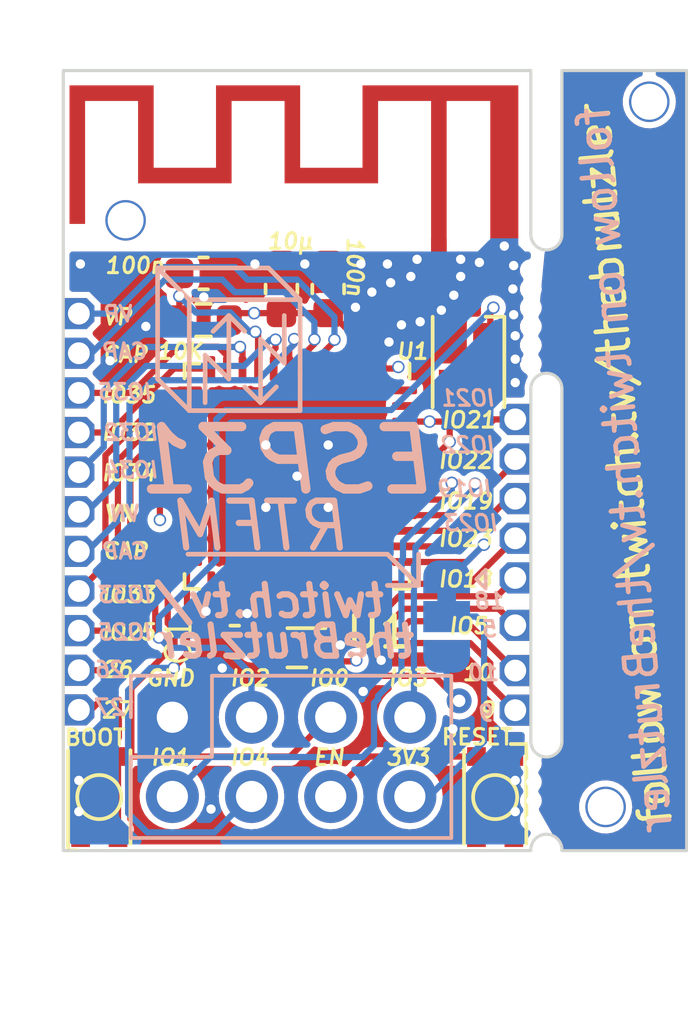
<source format=kicad_pcb>
(kicad_pcb (version 20211014) (generator pcbnew)
  (layers (0 "F.Cu" signal) (1 "In1.Cu" signal) (2 "In2.Cu" signal) (31 "B.Cu" signal) (34 "B.Paste" user) (35 "F.Paste" user) (36 "B.SilkS" user "B.Silkscreen") (37 "F.SilkS" user "F.Silkscreen") (38 "B.Mask" user) (39 "F.Mask" user) (44 "Edge.Cuts" user))
  (net 0 "")
  (net 1 "GND")
  (net 2 "Net-(AE1-Pad1)")
  (net 3 "/EN")
  (net 4 "+3V3")
  (net 5 "/IO1")
  (net 6 "/IO2")
  (net 7 "/IO4")
  (net 8 "/IO0")
  (net 9 "/IO3")
  (net 10 "Net-(C1-Pad2)")
  (net 17 "/SENS_VN")
  (net 18 "/SENS_VP")
  (net 19 "/CAPP")
  (net 20 "/CAPN")
  (net 21 "/IO5")
  (net 22 "/IO9")
  (net 23 "/IO10")
  (net 24 "/IO18")
  (net 25 "/IO19")
  (net 26 "/IO21")
  (net 27 "/IO22")
  (net 28 "/IO23")
  (net 29 "/IO25")
  (net 30 "/IO26")
  (net 31 "/IO27")
  (net 32 "/IO32")
  (net 33 "/IO33")
  (net 34 "/IO34")
  (net 35 "/IO35")
  (net 46 "VIN")
  (footprint "Eigene:CON_1x01" (layer "F.Cu") (at 118.5 106.68 180)
    (fp_text reference "J8" hide)
    (fp_text value "Conn_01x01" hide)
  )
  (footprint "Eigene:CON_1x01" (layer "F.Cu") (at 118.5 107.78 180)
    (fp_text reference "J5" hide)
    (fp_text value "Conn_01x01" hide)
  )
  (footprint "Eigene:CON_1x01" (layer "F.Cu") (at 118.5 101.18 180)
    (fp_text reference "J10" hide)
    (fp_text value "Conn_01x01" hide)
  )
  (footprint "Eigene:CON_1x01" (layer "F.Cu") (at 118.5 109.23 180)
    (fp_text reference "J7" hide)
    (fp_text value "Conn_01x01" hide)
  )
  (footprint "Eigene:CON_1x01" (layer "F.Cu") (at 104.5 102.87)
    (fp_text reference "J18" hide)
    (fp_text value "Conn_01x01" hide)
  )
  (footprint "Eigene:CON_1x01" (layer "F.Cu") (at 118.5 103.72 180)
    (fp_text reference "J9" hide)
    (fp_text value "Conn_01x01" hide)
  )
  (footprint "Capacitor_SMD:C_0603_1608Metric" (layer "F.Cu") (at 108.5 96.5)
    (fp_text reference "C2" hide)
    (fp_text value "100n" hide)
  )
  (footprint "Eigene:CON_1x01" (layer "F.Cu") (at 118.5 110.5 180)
    (fp_text reference "J6" hide)
    (fp_text value "Conn_01x01" hide)
  )
  (footprint "Eigene:CON_1x01" (layer "F.Cu") (at 118.5 104.99 180)
    (fp_text reference "J12" hide)
    (fp_text value "Conn_01x01" hide)
  )
  (footprint "Eigene:CON_1x01" (layer "F.Cu") (at 104.5 100.33)
    (fp_text reference "J19" hide)
    (fp_text value "Conn_01x01" hide)
  )
  (footprint "Capacitor_SMD:C_0603_1608Metric" (layer "F.Cu") (at 109.5 108.3)
    (fp_text reference "C1")
    (fp_text value "100n")
  )
  (footprint "TheBrutzlers_Lib:jlc_tooling" (layer "F.Cu") (at 106 94.8)
    (fp_text reference "REF**" hide)
    (fp_text value "jlc_tooling")
  )
  (footprint "TheBrutzlers_Lib:mousebite" (layer "F.Cu") (at 119 99.4)
    (fp_text reference "REF**" hide)
    (fp_text value "mousebite" hide)
  )
  (footprint "" (layer "F.Cu") (at 119 112.2)
    (fp_text reference "")
    (fp_text value "")
  )
  (footprint "Package_DFN_QFN:UDFN-4-1EP_1x1mm_P0.65mm_EP0.48x0.48mm" (layer "F.Cu") (at 111.8 108.5 180)
    (fp_text reference "U1")
    (fp_text value "WL2810")
  )
  (footprint "Eigene:CON_1x01" (layer "F.Cu") (at 104.5 107.95)
    (fp_text reference "J13" hide)
    (fp_text value "Conn_01x01" hide)
  )
  (footprint "Capacitor_SMD:C_0603_1608Metric" (layer "F.Cu") (at 111 97 -90)
    (fp_text reference "C3" hide)
    (fp_text value "10µ" hide)
  )
  (footprint "" (layer "F.Cu") (at 122.8 91)
    (fp_text reference "")
    (fp_text value "")
  )
  (footprint "Capacitor_SMD:C_0603_1608Metric" (layer "F.Cu") (at 112.5 97 -90)
    (fp_text reference "C4" hide)
    (fp_text value "100n" hide)
  )
  (footprint "" (layer "F.Cu") (at 119 98.8)
    (fp_text reference "")
    (fp_text value "")
  )
  (footprint "Eigene:CON_1x01" (layer "F.Cu") (at 104.5 110.49)
    (fp_text reference "J15" hide)
    (fp_text value "Conn_01x01" hide)
  )
  (footprint "Eigene:CON_1x01" (layer "F.Cu") (at 104.5 106.68)
    (fp_text reference "J17" hide)
    (fp_text value "Conn_01x01" hide)
  )
  (footprint "Eigene:CON_1x01" (layer "F.Cu") (at 104.5 109.22)
    (fp_text reference "J14" hide)
    (fp_text value "Conn_01x01" hide)
  )
  (footprint "Eigene:CON_1x01" (layer "F.Cu") (at 118.5 106.26 180)
    (fp_text reference "J8" hide)
    (fp_text value "Conn_01x01" hide)
  )
  (footprint "" (layer "F.Cu") (at 119 96.4)
    (fp_text reference "")
    (fp_text value "")
  )
  (footprint "Package_DFN_QFN:QFN-48-1EP_7x7mm_P0.5mm_EP5.3x5.3mm" (layer "F.Cu") (at 111.5 103 -90)
    (fp_text reference "U2" hide)
    (fp_text value "ESP32-PICO-D4" hide)
  )
  (footprint "RF_Antenna:Texas_SWRA117D_2.4GHz_Left" (layer "F.Cu") (at 116.05 95.625)
    (fp_text reference "AE1" hide)
    (fp_text value "Antenna_Shield" hide)
  )
  (footprint "Eigene:CON_1x01" (layer "F.Cu") (at 104.5 105.41)
    (fp_text reference "J3" hide)
    (fp_text value "Conn_01x01" hide)
  )
  (footprint "Eigene:CON_1x01" (layer "F.Cu") (at 104.5 104.14)
    (fp_text reference "J4" hide)
    (fp_text value "Conn_01x01" hide)
  )
  (footprint "Eigene:CON_1x01" (layer "F.Cu") (at 118.5 102.45 180)
    (fp_text reference "J11" hide)
    (fp_text value "Conn_01x01" hide)
  )
  (footprint "Resistor_SMD:R_0603_1608Metric" (layer "F.Cu") (at 108.5 98 180)
    (fp_text reference "R1" hide)
    (fp_text value "10K" hide)
  )
  (footprint "" (layer "F.Cu") (at 121.4 113.6)
    (fp_text reference "")
    (fp_text value "")
  )
  (footprint "TheBrutzlers_Lib:microswitch" (layer "F.Cu") (at 117.856 113.284 -90)
    (fp_text reference "SW1" hide)
    (fp_text value "SW_Push")
  )
  (footprint "" (layer "F.Cu") (at 119 113.4)
    (fp_text reference "")
    (fp_text value "")
  )
  (footprint "TheBrutzlers_Lib:microswitch" (layer "F.Cu") (at 105.156 113.284 90)
    (fp_text reference "SW2" hide)
    (fp_text value "SW_Push")
  )
  (footprint "" (layer "F.Cu") (at 119 98.2)
    (fp_text reference "")
    (fp_text value "")
  )
  (footprint "Eigene:CON_1x01" (layer "F.Cu") (at 118.5 105.41 180)
    (fp_text reference "J9" hide)
    (fp_text value "Conn_01x01" hide)
  )
  (footprint "Eigene:CON_1x01" (layer "F.Cu") (at 104.5 97.79)
    (fp_text reference "J1" hide)
    (fp_text value "Conn_01x01" hide)
  )
  (footprint "" (layer "F.Cu") (at 119 97)
    (fp_text reference "")
    (fp_text value "")
  )
  (footprint "Eigene:CON_1x01" (layer "F.Cu") (at 104.5 101.6)
    (fp_text reference "J16" hide)
    (fp_text value "Conn_01x01" hide)
  )
  (footprint "" (layer "F.Cu") (at 119 98.6)
    (fp_text reference "")
    (fp_text value "")
  )
  (footprint "" (layer "F.Cu") (at 119 97.6)
    (fp_text reference "")
    (fp_text value "")
  )
  (footprint "LED_SMD:LED_Cree-PLCC4_2x2mm_CW" (layer "F.Cu") (at 117 99.34 -90)
    (fp_text reference "D1" hide)
    (fp_text value "WS2812B_Geaendertes_Symbol")
  )
  (footprint "Eigene:CON_1x01" (layer "F.Cu") (at 104.5 99.06)
    (fp_text reference "J2" hide)
    (fp_text value "Conn_01x01" hide)
  )
  (footprint "" (layer "F.Cu") (at 119 112.8)
    (fp_text reference "")
    (fp_text value "")
  )
  (footprint "" (layer "F.Cu") (at 119 114)
    (fp_text reference "")
    (fp_text value "")
  )
  (footprint "Eigene:Symbol_kurzschlussblog" (layer "B.Cu") (at 111.5985 100.8985 180)
    (fp_text reference "SM3" hide)
    (fp_text value "SYM_Arrow45_Tiny" hide)
  )
  (footprint "Connector_PinHeader_2.54mm:PinHeader_2x04_P2.54mm_Vertical" (layer "B.Cu") (at 107.5 110.725 -90)
    (fp_text reference "J20" hide)
    (fp_text value "Conn_02x04_Odd_Even")
  )
  (footprint "Jumper:SolderJumper-3_P1.3mm_Bridged12_RoundedPad1.0x1.5mm" (layer "B.Cu") (at 116.3 107.5 -90)
    (fp_text reference "JP1" hide)
    (fp_text value "SolderJumper_3_Bridged12")
  )
  (gr_line (start 115.4 106.5) (end 115.4 105.5) (layer "B.SilkS") (width 0.15))
  (gr_line (start 115.4 106.5) (end 114.4 106.5) (layer "B.SilkS") (width 0.15))
  (gr_line (start 114.4 106.5) (end 115.4 106.5) (layer "B.SilkS") (width 0.15))
  (gr_line (start 114.4 105.5) (end 108 105.5) (layer "B.SilkS") (width 0.15))
  (gr_line (start 115.4 106.5) (end 114.4 105.5) (layer "B.SilkS") (width 0.15))
  (gr_line (start 119 115) (end 104 115) (layer "Edge.Cuts") (width 0.1))
  (gr_line (start 120 90) (end 120 95.25) (layer "Edge.Cuts") (width 0.1))
  (gr_line (start 120 115) (end 120 114.975) (layer "Edge.Cuts") (width 0.1))
  (gr_line (start 119 95.25) (end 119 90) (layer "Edge.Cuts") (width 0.1))
  (gr_arc (start 119 114.975) (mid 119.5 114.475) (end 120 114.975) (layer "Edge.Cuts") (width 0.1))
  (gr_arc (start 120 111.5) (mid 119.5 112) (end 119 111.5) (layer "Edge.Cuts") (width 0.1))
  (gr_line (start 120 100.2) (end 120 111.5) (layer "Edge.Cuts") (width 0.1))
  (gr_arc (start 119 100.2) (mid 119.5 99.7) (end 120 100.2) (layer "Edge.Cuts") (width 0.1))
  (gr_line (start 104 90) (end 119 90) (layer "Edge.Cuts") (width 0.1))
  (gr_line (start 104 115) (end 104 90) (layer "Edge.Cuts") (width 0.1))
  (gr_arc (start 120 95.25) (mid 119.5 95.75) (end 119 95.25) (layer "Edge.Cuts") (width 0.1))
  (gr_line (start 124 90) (end 124 115) (layer "Edge.Cuts") (width 0.1))
  (gr_line (start 120 90) (end 124 90) (layer "Edge.Cuts") (width 0.1))
  (gr_line (start 124 115) (end 120 115) (layer "Edge.Cuts") (width 0.1))
  (gr_line (start 119 114.975) (end 119 115) (layer "Edge.Cuts") (width 0.1))
  (gr_line (start 119 111.5) (end 119 100.2) (layer "Edge.Cuts") (width 0.1))
  (gr_text "CAP\n" (at 106 99) (layer "B.SilkS") (effects (font (size 0.5 0.5) (thickness 0.1) italic) (justify mirror)))
  (gr_text "IO25" (at 106 108) (layer "B.SilkS") (effects (font (size 0.5 0.5) (thickness 0.1) italic) (justify mirror)))
  (gr_text "9\n" (at 117.6 110.6) (layer "B.SilkS") (effects (font (size 0.5 0.5) (thickness 0.1) italic) (justify mirror)))
  (gr_text "CAP" (at 106 105.4) (layer "B.SilkS") (effects (font (size 0.5 0.5) (thickness 0.1) italic) (justify mirror)))
  (gr_text "IO35" (at 106 100.3) (layer "B.SilkS") (effects (font (size 0.5 0.5) (thickness 0.1) italic) (justify mirror)))
  (gr_text "ESP31" (at 111.2 102.5) (layer "B.SilkS") (effects (font (size 2 2) (thickness 0.3) italic) (justify mirror)))
  (gr_text "theBrutzler" (at 111.2 108.3) (layer "B.SilkS") (effects (font (size 1 1) (thickness 0.2) italic) (justify mirror)))
  (gr_text "18" (at 117.7 107) (layer "B.SilkS") (effects (font (size 0.5 0.5) (thickness 0.1) italic) (justify mirror)))
  (gr_text "IO32" (at 106.2 101.6) (layer "B.SilkS") (effects (font (size 0.5 0.5) (thickness 0.1) italic) (justify mirror)))
  (gr_text "IO34" (at 106.2 102.8) (layer "B.SilkS") (effects (font (size 0.5 0.5) (thickness 0.1) italic) (justify mirror)))
  (gr_text "10" (at 117.5 109.3) (layer "B.SilkS") (effects (font (size 0.5 0.5) (thickness 0.1) italic) (justify mirror)))
  (gr_text "VP\n" (at 105.8 97.8) (layer "B.SilkS") (effects (font (size 0.5 0.5) (thickness 0.1) italic) (justify mirror)))
  (gr_text "RTFM" (at 110.4 104.6) (layer "B.SilkS") (effects (font (size 1.5 1.5) (thickness 0.2) italic) (justify mirror)))
  (gr_text "twitch.tv/" (at 110.7 107) (layer "B.SilkS") (effects (font (size 1 1) (thickness 0.2) italic) (justify mirror)))
  (gr_text "26" (at 105.52 109.2) (layer "B.SilkS") (effects (font (size 0.5 0.5) (thickness 0.1) italic) (justify mirror)))
  (gr_text "27" (at 105.53 110.41) (layer "B.SilkS") (effects (font (size 0.5 0.5) (thickness 0.1) italic) (justify mirror)))
  (gr_text "5\n" (at 117.7 107.9) (layer "B.SilkS") (effects (font (size 0.5 0.5) (thickness 0.1) italic) (justify mirror)))
  (gr_text "IO21" (at 117 100.5) (layer "B.SilkS") (effects (font (size 0.5 0.5) (thickness 0.1) italic) (justify mirror)))
  (gr_text "IO19" (at 116.9 103.4) (layer "B.SilkS") (effects (font (size 0.5 0.5) (thickness 0.1) italic) (justify mirror)))
  (gr_text "follow on twitch.tv/theBrutzler" (at 122 102.8 95) (layer "B.SilkS") (effects (font (size 1 1)) (justify mirror)))
  (gr_text "IO23" (at 117.1 104.5) (layer "B.SilkS") (effects (font (size 0.5 0.5) (thickness 0.1) italic) (justify mirror)))
  (gr_text "IO22" (at 117 102) (layer "B.SilkS") (effects (font (size 0.5 0.5) (thickness 0.1) italic) (justify mirror)))
  (gr_text "VN" (at 106 104.2) (layer "B.SilkS") (effects (font (size 0.5 0.5) (thickness 0.1) italic) (justify mirror)))
  (gr_text "IO33" (at 106 106.8) (layer "B.SilkS") (effects (font (size 0.5 0.5) (thickness 0.1) italic) (justify mirror)))
  (gr_text "26" (at 105.75 109.2) (layer "F.SilkS") (effects (font (size 0.5 0.5) (thickness 0.1) italic)))
  (gr_text "RESET" (at 117.28 111.36) (layer "F.SilkS") (effects (font (size 0.5 0.5) (thickness 0.1))))
  (gr_text "IO32" (at 106.1 101.6) (layer "F.SilkS") (effects (font (size 0.5 0.5) (thickness 0.1) italic)))
  (gr_text "IO19" (at 116.9 103.8) (layer "F.SilkS") (effects (font (size 0.5 0.5) (thickness 0.1) italic)))
  (gr_text "GND" (at 107.442 109.474) (layer "F.SilkS") (effects (font (size 0.5 0.5) (thickness 0.1) italic)))
  (gr_text "27" (at 105.725 110.5) (layer "F.SilkS") (effects (font (size 0.5 0.5) (thickness 0.1) italic)))
  (gr_text "CAP" (at 106 105.4) (layer "F.SilkS") (effects (font (size 0.5 0.5) (thickness 0.1) italic)))
  (gr_text "IO22" (at 116.9 102.5) (layer "F.SilkS") (effects (font (size 0.5 0.5) (thickness 0.1) italic)))
  (gr_text "10K" (at 107.75 99) (layer "F.SilkS") (effects (font (size 0.5 0.5) (thickness 0.1) italic)))
  (gr_text "VN" (at 105.8 104.2) (layer "F.SilkS") (effects (font (size 0.5 0.5) (thickness 0.1) italic)))
  (gr_text "CAP\n" (at 106 99.1) (layer "F.SilkS") (effects (font (size 0.5 0.5) (thickness 0.1) italic)))
  (gr_text "IO34" (at 106.1 102.9) (layer "F.SilkS") (effects (font (size 0.5 0.5) (thickness 0.1) italic)))
  (gr_text "IO35" (at 106.1 100.4) (layer "F.SilkS") (effects (font (size 0.5 0.5) (thickness 0.1) italic)))
  (gr_text "U1" (at 115.2 99) (layer "F.SilkS") (effects (font (size 0.5 0.5) (thickness 0.1) italic)))
  (gr_text "3V3" (at 115.062 112.014) (layer "F.SilkS") (effects (font (size 0.5 0.5) (thickness 0.1) italic)))
  (gr_text "IO0" (at 112.522 109.474) (layer "F.SilkS") (effects (font (size 0.5 0.5) (thickness 0.1) italic)))
  (gr_text "IO4\n" (at 109.982 112.014) (layer "F.SilkS") (effects (font (size 0.5 0.5) (thickness 0.1) italic)))
  (gr_text "9" (at 117.6 110.5) (layer "F.SilkS") (effects (font (size 0.5 0.5) (thickness 0.1) italic)))
  (gr_text "IO33" (at 106.1 106.8) (layer "F.SilkS") (effects (font (size 0.5 0.5) (thickness 0.1) italic)))
  (gr_text "IO21" (at 117 101.2) (layer "F.SilkS") (effects (font (size 0.5 0.5) (thickness 0.1) italic)))
  (gr_text "IO25" (at 106.1 108) (layer "F.SilkS") (effects (font (size 0.5 0.5) (thickness 0.1) italic)))
  (gr_text "EN" (at 112.522 112.014) (layer "F.SilkS") (effects (font (size 0.5 0.5) (thickness 0.1) italic)))
  (gr_text "100n" (at 106.3 96.25) (layer "F.SilkS") (effects (font (size 0.5 0.5) (thickness 0.1) italic)))
  (gr_text "follow on twitch.tv/thebrutzler" (at 122 102.6 95) (layer "F.SilkS") (effects (font (size 1 1))))
  (gr_text "IO3" (at 115.062 109.474) (layer "F.SilkS") (effects (font (size 0.5 0.5) (thickness 0.1) italic)))
  (gr_text "BOOT" (at 105.025 111.375) (layer "F.SilkS") (effects (font (size 0.5 0.5) (thickness 0.1))))
  (gr_text "IO5" (at 117 107.8) (layer "F.SilkS") (effects (font (size 0.5 0.5) (thickness 0.1) italic)))
  (gr_text "IO18" (at 116.9 106.3) (layer "F.SilkS") (effects (font (size 0.5 0.5) (thickness 0.1) italic)))
  (gr_text "IO23" (at 116.9 105) (layer "F.SilkS") (effects (font (size 0.5 0.5) (thickness 0.1) italic)))
  (gr_text "IO1" (at 107.442 112.014) (layer "F.SilkS") (effects (font (size 0.5 0.5) (thickness 0.1) italic)))
  (gr_text "10µ" (at 111.3 95.47) (layer "F.SilkS") (effects (font (size 0.5 0.5) (thickness 0.1) italic)))
  (gr_text "VP\n" (at 105.75 97.9) (layer "F.SilkS") (effects (font (size 0.5 0.5) (thickness 0.1) italic)))
  (gr_text "10" (at 117.3 109.3) (layer "F.SilkS") (effects (font (size 0.5 0.5) (thickness 0.1) italic)))
  (gr_text "100n" (at 113.36 96.3 270) (layer "F.SilkS") (effects (font (size 0.5 0.5) (thickness 0.1) italic)))
  (gr_text "IO2" (at 109.982 109.474) (layer "F.SilkS") (effects (font (size 0.5 0.5) (thickness 0.1) italic)))
  (segment (start 112.34 108.175) (end 112.654537 108.175) (width 0.2) (layer "F.Cu") (net 1))
  (segment (start 118.7 95.9) (end 118.425 95.625) (width 0.25) (layer "F.Cu") (net 1))
  (segment (start 118.425 95.625) (end 118.15 95.625) (width 0.25) (layer "F.Cu") (net 1))
  (segment (start 118.15 95.625) (end 118.3472 95.4278) (width 0.25) (layer "F.Cu") (net 1))
  (segment (start 118.15 95.625) (end 117.975 95.625) (width 0.25) (layer "F.Cu") (net 1))
  (segment (start 118.7 96) (end 118.7 95.9) (width 0.25) (layer "F.Cu") (net 1))
  (segment (start 117.5 95.9) (end 117.6 96) (width 0.25) (layer "F.Cu") (net 1))
  (segment (start 111.8 108.5) (end 112.125 108.175) (width 0.2) (layer "F.Cu") (net 1))
  (segment (start 118.15 95.625) (end 118.15 95.65) (width 0.25) (layer "F.Cu") (net 1))
  (segment (start 112.654537 108.175) (end 112.889765 108.410228) (width 0.2) (layer "F.Cu") (net 1))
  (segment (start 116.55 98.59) (end 116.55 98.37) (width 0.2) (layer "F.Cu") (net 1))
  (segment (start 117.6 96) (end 118.7 96) (width 0.25) (layer "F.Cu") (net 1))
  (segment (start 108.725 108.3) (end 108.725 108.775) (width 0.2) (layer "F.Cu") (net 1))
  (segment (start 117.5 95.8) (end 117.5 95.9) (width 0.25) (layer "F.Cu") (net 1))
  (segment (start 118.15 95.625) (end 118.375 95.625) (width 0.25) (layer "F.Cu") (net 1))
  (segment (start 118.15 95.625) (end 117.675 95.625) (width 0.25) (layer "F.Cu") (net 1))
  (segment (start 108.725 108.775) (end 109.1 109.15) (width 0.2) (layer "F.Cu") (net 1))
  (segment (start 117.5 95.8) (end 117.975 95.8) (width 0.25) (layer "F.Cu") (net 1))
  (segment (start 116.55 98.59) (end 116.55 98.44) (width 0.2) (layer "F.Cu") (net 1))
  (segment (start 117.975 95.8) (end 118.15 95.625) (width 0.25) (layer "F.Cu") (net 1))
  (segment (start 117.675 95.625) (end 117.5 95.8) (width 0.25) (layer "F.Cu") (net 1))
  (segment (start 112.125 108.175) (end 112.34 108.175) (width 0.2) (layer "F.Cu") (net 1))
  (via (at 117.35 96.15) (size 0.4) (drill 0.3) (layers "F.Cu" "B.Cu") (net 1))
  (via (at 112.889765 108.410228) (size 0.4) (drill 0.3) (layers "F.Cu" "B.Cu") (net 1))
  (via (at 116.13 97.68) (size 0.4) (drill 0.3) (layers "F.Cu" "B.Cu") (net 1))
  (via (at 105.5 99.3) (size 0.4) (drill 0.3) (layers "F.Cu" "B.Cu") (net 1))
  (via (at 109.1 109.15) (size 0.4) (drill 0.3) (layers "F.Cu" "B.Cu") (net 1))
  (via (at 113.9 97.1) (size 0.4) (drill 0.3) (layers "F.Cu" "B.Cu") (net 1))
  (via (at 104.55 96.2) (size 0.4) (drill 0.3) (layers "F.Cu" "B.Cu") (net 1))
  (via (at 113.55 96.2) (size 0.4) (drill 0.3) (layers "F.Cu" "B.Cu") (net 1))
  (via (at 114.85 98.15) (size 0.4) (drill 0.3) (layers "F.Cu" "B.Cu") (net 1))
  (via (at 108.58 107.33) (size 0.4) (drill 0.3) (layers "F.Cu" "B.Cu") (net 1))
  (via (at 118.5 98.5) (size 0.4) (drill 0.3) (layers "F.Cu" "B.Cu") (net 1))
  (via (at 116.53 97.2) (size 0.4) (drill 0.3) (layers "F.Cu" "B.Cu") (net 1))
  (via (at 116.75 96.05) (size 0.4) (drill 0.3) (layers "F.Cu" "B.Cu") (net 1))
  (via (at 111.5 103) (size 0.4) (drill 0.3) (layers "F.Cu" "B.Cu") (net 1))
  (via (at 106.65 98.2) (size 0.4) (drill 0.3) (layers "F.Cu" "B.Cu") (net 1))
  (via (at 114.2 108.9) (size 0.4) (drill 0.3) (layers "F.Cu" "B.Cu") (net 1))
  (via (at 108.5088 97.2566) (size 0.4) (drill 0.3) (layers "F.Cu" "B.Cu") (net 1))
  (via (at 116.5 111.1) (size 0.4) (drill 0.3) (layers "F.Cu" "B.Cu") (net 1))
  (via (at 104.5 113.75) (size 0.4) (drill 0.3) (layers "F.Cu" "B.Cu") (net 1))
  (via (at 110.5 102) (size 0.4) (drill 0.3) (layers "F.Cu" "B.Cu") (net 1))
  (via (at 108.74 113.67) (size 0.4) (drill 0.3) (layers "F.Cu" "B.Cu") (net 1))
  (via (at 118.45 97.825) (size 0.4) (drill 0.3) (layers "F.Cu" "B.Cu") (net 1))
  (via (at 118.5 100) (size 0.4) (drill 0.3) (layers "F.Cu" "B.Cu") (net 1))
  (via (at 115.35 96.05) (size 0.4) (drill 0.3) (layers "F.Cu" "B.Cu") (net 1))
  (via (at 116.75 96.6) (size 0.4) (drill 0.3) (layers "F.Cu" "B.Cu") (net 1))
  (via (at 115.15 96.6) (size 0.4) (drill 0.3) (layers "F.Cu" "B.Cu") (net 1))
  (via (at 109.9 107.4) (size 0.4) (drill 0.3) (layers "F.Cu" "B.Cu") (net 1))
  (via (at 112.5 102) (size 0.4) (drill 0.3) (layers "F.Cu" "B.Cu") (net 1))
  (via (at 112.5 104) (size 0.4) (drill 0.3) (layers "F.Cu" "B.Cu") (net 1))
  (via (at 118.45 96.25) (size 0.4) (drill 0.3) (layers "F.Cu" "B.Cu") (net 1))
  (via (at 111.75 96.2) (size 0.4) (drill 0.3) (layers "F.Cu" "B.Cu") (net 1))
  (via (at 118.5 99.25) (size 0.4) (drill 0.3) (layers "F.Cu" "B.Cu") (net 1))
  (via (at 114.5032 96.8) (size 0.4) (drill 0.3) (layers "F.Cu" "B.Cu") (net 1))
  (via (at 114.4 96.2) (size 0.4) (drill 0.3) (layers "F.Cu" "B.Cu") (net 1))
  (via (at 113.3745 97.587566) (size 0.4) (drill 0.3) (layers "F.Cu" "B.Cu") (net 1))
  (via (at 110.15 96.2) (size 0.4) (drill 0.3) (layers "F.Cu" "B.Cu") (net 1))
  (via (at 118.5 112.75) (size 0.4) (drill 0.3) (layers "F.Cu" "B.Cu") (net 1))
  (via (at 104.5 112.75) (size 0.4) (drill 0.3) (layers "F.Cu" "B.Cu") (net 1))
  (via (at 113.621581 109.899011) (size 0.4) (drill 0.3) (layers "F.Cu" "B.Cu") (net 1))
  (via (at 118.425 97) (size 0.4) (drill 0.3) (layers "F.Cu" "B.Cu") (net 1))
  (via (at 110.5 104) (size 0.4) (drill 0.3) (layers "F.Cu" "B.Cu") (net 1))
  (via (at 118.5 113.75) (size 0.4) (drill 0.3) (layers "F.Cu" "B.Cu") (net 1))
  (via (at 115.45 98.05) (size 0.4) (drill 0.3) (layers "F.Cu" "B.Cu") (net 1))
  (via (at 114.45 98.7) (size 0.4) (drill 0.3) (layers "F.Cu" "B.Cu") (net 1))
  (segment (start 114.9858 97.409) (end 115.011948 97.409) (width 0.25) (layer "F.Cu") (net 2))
  (segment (start 116.05 96.374625) (end 116.05 95.625) (width 0.5) (layer "F.Cu") (net 2))
  (segment (start 113.75 98.627249) (end 113.75 98.918822) (width 0.5) (layer "F.Cu") (net 2))
  (segment (start 114.0968 97.79) (end 114.118589 97.768211) (width 0.25) (layer "F.Cu") (net 2))
  (segment (start 113.75 99.55) (end 113.75 98.918822) (width 0.35) (layer "F.Cu") (net 2))
  (arc (start 115.011948 97.409) (mid 115.410188 97.329786) (end 115.7478 97.1042) (width 0.5) (layer "F.Cu") (net 2))
  (arc (start 115.7478 97.1042) (mid 115.971461 96.769469) (end 116.05 96.374625) (width 0.5) (layer "F.Cu") (net 2))
  (arc (start 114.118589 97.768211) (mid 114.516468 97.502356) (end 114.9858 97.409) (width 0.5) (layer "F.Cu") (net 2))
  (arc (start 113.75 98.627249) (mid 113.840125 98.174133) (end 114.0968 97.79) (width 0.5) (layer "F.Cu") (net 2))
  (segment (start 110.25 98.461196) (end 110.162095 98.373291) (width 0.2) (layer "F.Cu") (net 3))
  (segment (start 113.821 111.984) (end 112.54 113.265) (width 0.2) (layer "F.Cu") (net 3))
  (segment (start 110.25 99.55) (end 110.25 98.461196) (width 0.2) (layer "F.Cu") (net 3))
  (segment (start 107.725 96.5) (end 107.725 97.95) (width 0.2) (layer "F.Cu") (net 3))
  (segment (start 117.256 111.984) (end 113.821 111.984) (width 0.2) (layer "F.Cu") (net 3))
  (segment (start 117.256 114.584) (end 117.256 111.984) (width 0.2) (layer "F.Cu") (net 3))
  (segment (start 110.25 99.55) (end 110.25 98.665365) (width 0.2) (layer "F.Cu") (net 3))
  (segment (start 107.725 97.95) (end 107.675 98) (width 0.2) (layer "F.Cu") (net 3))
  (via (at 107.725 97.2276) (size 0.4) (drill 0.3) (layers "F.Cu" "B.Cu") (net 3))
  (via (at 110.162095 98.373291) (size 0.4) (drill 0.3) (layers "F.Cu" "B.Cu") (net 3))
  (segment (start 109.983014 98.373291) (end 109.359723 97.75) (width 0.2) (layer "B.Cu") (net 3))
  (segment (start 108.253511 97.756111) (end 107.725 97.2276) (width 0.2) (layer "B.Cu") (net 3))
  (segment (start 110.162095 98.373291) (end 109.983014 98.373291) (width 0.2) (layer "B.Cu") (net 3))
  (segment (start 108.748566 97.756111) (end 108.253511 97.756111) (width 0.2) (layer "B.Cu") (net 3))
  (segment (start 108.754677 97.75) (end 108.748566 97.756111) (width 0.2) (layer "B.Cu") (net 3))
  (segment (start 109.359723 97.75) (end 108.754677 97.75) (width 0.2) (layer "B.Cu") (net 3))
  (segment (start 116.3968 101.3032) (end 116.45 101.25) (width 0.2) (layer "F.Cu") (net 4))
  (segment (start 113.200011 98.385234) (end 112.589777 97.775) (width 0.2) (layer "F.Cu") (net 4))
  (segment (start 114.25 99.55) (end 114.7 99.55) (width 0.2) (layer "F.Cu") (net 4))
  (segment (start 114.95 102.75) (end 115.5436 102.75) (width 0.2) (layer "F.Cu") (net 4))
  (segment (start 112.75 99.55) (end 113.25 99.55) (width 0.2) (layer "F.Cu") (net 4))
  (segment (start 108.05 103.25) (end 107.630954 103.25) (width 0.2) (layer "F.Cu") (net 4))
  (segment (start 117.299511 100.829609) (end 116.87912 101.25) (width 0.2) (layer "F.Cu") (net 4))
  (segment (start 114.95 105.75) (end 116.941402 105.75) (width 0.2) (layer "F.Cu") (net 4))
  (segment (start 116.941402 105.75) (end 117.495701 105.195701) (width 0.2) (layer "F.Cu") (net 4))
  (segment (start 117.7 100.09) (end 117.299511 100.490489) (width 0.2) (layer "F.Cu") (net 4))
  (segment (start 114.7 99.55) (end 114.75 99.5) (width 0.2) (layer "F.Cu") (net 4))
  (segment (start 112.45 108.935) (end 112.34 108.825) (width 0.2) (layer "F.Cu") (net 4))
  (segment (start 115.5436 102.75) (end 116.3968 101.8968) (width 0.2) (layer "F.Cu") (net 4))
  (segment (start 112.5 97.775) (end 111 97.775) (width 0.2) (layer "F.Cu") (net 4))
  (segment (start 113.200011 99.500011) (end 113.200011 98.385234) (width 0.2) (layer "F.Cu") (net 4))
  (segment (start 113.25 99.55) (end 113.200011 99.500011) (width 0.2) (layer "F.Cu") (net 4))
  (segment (start 114.95 101.25) (end 115.75 101.25) (width 0.2) (layer "F.Cu") (net 4))
  (segment (start 107.630954 103.25) (end 107.1 103.780954) (width 0.2) (layer "F.Cu") (net 4))
  (segment (start 116.45 101.25) (end 115.75 101.25) (width 0.2) (layer "F.Cu") (net 4))
  (segment (start 107.1 103.780954) (end 107.1 104.4) (width 0.2) (layer "F.Cu") (net 4))
  (segment (start 110.124 97.775) (end 109.55 97.775) (width 0.2) (layer "F.Cu") (net 4))
  (segment (start 112.589777 97.775) (end 112.5 97.775) (width 0.2) (layer "F.Cu") (net 4))
  (segment (start 116.3968 101.8968) (end 116.3968 101.3032) (width 0.2) (layer "F.Cu") (net 4))
  (segment (start 109.55 97.775) (end 109.325 98) (width 0.2) (layer "F.Cu") (net 4))
  (segment (start 113.365 108.935) (end 112.45 108.935) (width 0.2) (layer "F.Cu") (net 4))
  (segment (start 113.4 108.9) (end 113.365 108.935) (width 0.2) (layer "F.Cu") (net 4))
  (segment (start 117.299511 100.490489) (end 117.299511 100.829609) (width 0.2) (layer "F.Cu") (net 4))
  (segment (start 116.87912 101.25) (end 116.45 101.25) (width 0.2) (layer "F.Cu") (net 4))
  (segment (start 111 97.775) (end 110.124 97.775) (width 0.2) (layer "F.Cu") (net 4))
  (via (at 110.124 97.775) (size 0.4) (drill 0.3) (layers "F.Cu" "B.Cu") (net 4))
  (via (at 114.75 99.5) (size 0.4) (drill 0.3) (layers "F.Cu" "B.Cu") (net 4))
  (via (at 113.4 108.9) (size 0.4) (drill 0.3) (layers "F.Cu" "B.Cu") (net 4))
  (via (at 116.3968 101.8968) (size 0.4) (drill 0.3) (layers "F.Cu" "B.Cu") (net 4))
  (via (at 115.75 101.25) (size 0.4) (drill 0.3) (layers "F.Cu" "B.Cu") (net 4))
  (via (at 107.1 104.4) (size 0.4) (drill 0.3) (layers "F.Cu" "B.Cu") (net 4))
  (via (at 117.495701 105.195701) (size 0.4) (drill 0.3) (layers "F.Cu" "B.Cu") (net 4))
  (segment (start 116.3 106.2) (end 116.491402 106.2) (width 0.2) (layer "B.Cu") (net 4))
  (segment (start 116.491402 106.2) (end 117.495701 105.195701) (width 0.2) (layer "B.Cu") (net 4))
  (segment (start 116.252491 103.75) (end 114.95 103.75) (width 0.2) (layer "F.Cu") (net 5))
  (segment (start 116.464297 103.538194) (end 116.252491 103.75) (width 0.2) (layer "F.Cu") (net 5))
  (segment (start 116.464297 103.214297) (end 116.464297 103.538194) (width 0.2) (layer "F.Cu") (net 5))
  (via (at 116.464297 103.214297) (size 0.4) (drill 0.3) (layers "F.Cu" "B.Cu") (net 5))
  (segment (start 114.849832 105.698512) (end 114.9 105.648344) (width 0.2) (layer "B.Cu") (net 5))
  (segment (start 114.9 105.1) (end 116.464297 103.535703) (width 0.2) (layer "B.Cu") (net 5))
  (segment (start 114.849832 109.293892) (end 114.849832 105.698512) (width 0.2) (layer "B.Cu") (net 5))
  (segment (start 113.970489 111.629511) (end 113.970489 110.268788) (width 0.2) (layer "B.Cu") (net 5))
  (segment (start 114.9 105.648344) (end 114.9 105.1) (width 0.2) (layer "B.Cu") (net 5))
  (segment (start 107.46 113.265) (end 108.725 112) (width 0.2) (layer "B.Cu") (net 5))
  (segment (start 108.725 112) (end 113.6 112) (width 0.2) (layer "B.Cu") (net 5))
  (segment (start 116.464297 103.535703) (end 116.464297 103.214297) (width 0.2) (layer "B.Cu") (net 5))
  (segment (start 113.970489 110.268788) (end 114.099511 110.139766) (width 0.2) (layer "B.Cu") (net 5))
  (segment (start 114.099511 110.139766) (end 114.099511 110.044213) (width 0.2) (layer "B.Cu") (net 5))
  (segment (start 114.099511 110.044213) (end 114.849832 109.293892) (width 0.2) (layer "B.Cu") (net 5))
  (segment (start 113.6 112) (end 113.970489 111.629511) (width 0.2) (layer "B.Cu") (net 5))
  (segment (start 107.565948 104.75) (end 108.05 104.75) (width 0.2) (layer "F.Cu") (net 6))
  (segment (start 117.7 98.59) (end 117.7 97.7) (width 0.2) (layer "F.Cu") (net 6))
  (segment (start 106.950961 105.364987) (end 107.565948 104.75) (width 0.2) (layer "F.Cu") (net 6))
  (segment (start 106.950961 108.050961) (end 106.950961 105.364987) (width 0.2) (layer "F.Cu") (net 6))
  (segment (start 107.06974 108.16974) (end 106.950961 108.050961) (width 0.2) (layer "F.Cu") (net 6))
  (segment (start 117.7 97.7) (end 117.8 97.6) (width 0.2) (layer "F.Cu") (net 6))
  (via (at 107.06974 108.16974) (size 0.4) (drill 0.3) (layers "F.Cu" "B.Cu") (net 6))
  (via (at 117.8 97.6) (size 0.4) (drill 0.3) (layers "F.Cu" "B.Cu") (net 6))
  (segment (start 108.91 105.69) (end 108.91 101.18) (width 0.2) (layer "B.Cu") (net 6))
  (segment (start 114.52 100.88) (end 117.8 97.6) (width 0.2) (layer "B.Cu") (net 6))
  (segment (start 107.06974 108.16974) (end 107.06974 107.53026) (width 0.2) (layer "B.Cu") (net 6))
  (segment (start 109.21 100.88) (end 114.52 100.88) (width 0.2) (layer "B.Cu") (net 6))
  (segment (start 107.06974 108.16974) (end 107.4 108.5) (width 0.2) (layer "B.Cu") (net 6))
  (segment (start 107.06974 107.53026) (end 108.91 105.69) (width 0.2) (layer "B.Cu") (net 6))
  (segment (start 110.04 109.350723) (end 110.04 110.725) (width 0.2) (layer "B.Cu") (net 6))
  (segment (start 109.189277 108.5) (end 110.04 109.350723) (width 0.2) (layer "B.Cu") (net 6))
  (segment (start 108.91 101.18) (end 109.21 100.88) (width 0.2) (layer "B.Cu") (net 6))
  (segment (start 107.4 108.5) (end 109.189277 108.5) (width 0.2) (layer "B.Cu") (net 6))
  (segment (start 107.968771 105.831229) (end 108.05 105.75) (width 0.2) (layer "F.Cu") (net 7))
  (segment (start 107.968771 108.716386) (end 107.968771 105.831229) (width 0.2) (layer "F.Cu") (net 7))
  (segment (start 107.542579 109.142578) (end 107.968771 108.716386) (width 0.2) (layer "F.Cu") (net 7))
  (via (at 107.542579 109.142578) (size 0.4) (drill 0.3) (layers "F.Cu" "B.Cu") (net 7))
  (segment (start 106.08 113.8) (end 106.694511 114.414511) (width 0.2) (layer "B.Cu") (net 7))
  (segment (start 106.694511 114.414511) (end 108.850489 114.414511) (width 0.2) (layer "B.Cu") (net 7))
  (segment (start 106.08 109.86588) (end 106.08 113.8) (width 0.2) (layer "B.Cu") (net 7))
  (segment (start 107.542579 109.142578) (end 106.803302 109.142578) (width 0.2) (layer "B.Cu") (net 7))
  (segment (start 108.850489 114.414511) (end 110 113.265) (width 0.2) (layer "B.Cu") (net 7))
  (segment (start 106.803302 109.142578) (end 106.08 109.86588) (width 0.2) (layer "B.Cu") (net 7))
  (segment (start 106.184 109.794757) (end 106.184 111.984) (width 0.2) (layer "F.Cu") (net 8))
  (segment (start 112.54 110.725) (end 111.281 111.984) (width 0.2) (layer "F.Cu") (net 8))
  (segment (start 107.569251 108.409506) (end 106.184 109.794757) (width 0.2) (layer "F.Cu") (net 8))
  (segment (start 106.184 111.984) (end 105.756 111.984) (width 0.2) (layer "F.Cu") (net 8))
  (segment (start 107.350481 105.530473) (end 107.350481 107.711204) (width 0.2) (layer "F.Cu") (net 8))
  (segment (start 111.281 111.984) (end 106.184 111.984) (width 0.2) (layer "F.Cu") (net 8))
  (segment (start 105.756 114.584) (end 105.756 111.984) (width 0.2) (layer "F.Cu") (net 8))
  (segment (start 107.630954 105.25) (end 107.350481 105.530473) (width 0.2) (layer "F.Cu") (net 8))
  (segment (start 107.350481 107.711204) (end 107.569251 107.929974) (width 0.2) (layer "F.Cu") (net 8))
  (segment (start 107.569251 107.929974) (end 107.569251 108.409506) (width 0.2) (layer "F.Cu") (net 8))
  (segment (start 108.05 105.25) (end 107.630954 105.25) (width 0.2) (layer "F.Cu") (net 8))
  (segment (start 117.211935 103.241894) (end 117.211935 103.355562) (width 0.2) (layer "F.Cu") (net 9))
  (segment (start 116.317497 104.25) (end 114.95 104.25) (width 0.2) (layer "F.Cu") (net 9))
  (segment (start 117.211935 103.355562) (end 116.317497 104.25) (width 0.2) (layer "F.Cu") (net 9))
  (via (at 117.211935 103.241894) (size 0.4) (drill 0.3) (layers "F.Cu" "B.Cu") (net 9))
  (segment (start 115.249352 105.863998) (end 115.249352 110.555648) (width 0.2) (layer "B.Cu") (net 9))
  (segment (start 115.3 105.265006) (end 115.3 105.81335) (width 0.2) (layer "B.Cu") (net 9))
  (segment (start 117.211935 103.353071) (end 115.3 105.265006) (width 0.2) (layer "B.Cu") (net 9))
  (segment (start 115.3 105.81335) (end 115.249352 105.863998) (width 0.2) (layer "B.Cu") (net 9))
  (segment (start 115.249352 110.555648) (end 115.08 110.725) (width 0.2) (layer "B.Cu") (net 9))
  (segment (start 117.211935 103.241894) (end 117.211935 103.353071) (width 0.2) (layer "B.Cu") (net 9))
  (segment (start 111.26 108.825) (end 111.161069 108.726069) (width 0.2) (layer "F.Cu") (net 10))
  (segment (start 111.174511 109.399511) (end 110.275 108.5) (width 0.2) (layer "F.Cu") (net 10))
  (segment (start 111.135 108.3) (end 111.26 108.175) (width 0.2) (layer "F.Cu") (net 10))
  (segment (start 115.899511 109.399511) (end 111.174511 109.399511) (width 0.2) (layer "F.Cu") (net 10))
  (segment (start 110.275 108.5) (end 110.275 108.3) (width 0.2) (layer "F.Cu") (net 10))
  (segment (start 116.7 110.2) (end 115.899511 109.399511) (width 0.2) (layer "F.Cu") (net 10))
  (segment (start 111.161069 108.726069) (end 111.161069 108.375935) (width 0.2) (layer "F.Cu") (net 10))
  (segment (start 110.275 108.3) (end 111.135 108.3) (width 0.2) (layer "F.Cu") (net 10))
  (via (at 116.7 110.2) (size 0.8) (drill 0.4) (layers "F.Cu" "B.Cu") (net 10))
  (segment (start 116.3 108.8) (end 116.3 109.8) (width 0.2) (layer "B.Cu") (net 10))
  (segment (start 116.3 109.8) (end 116.7 110.2) (width 0.2) (layer "B.Cu") (net 10))
  (segment (start 110.808929 98.62587) (end 110.808929 98.897645) (width 0.2) (layer "F.Cu") (net 17))
  (segment (start 110.808929 98.897645) (end 110.75 98.956574) (width 0.2) (layer "F.Cu") (net 17))
  (segment (start 110.75 98.956574) (end 110.75 99.55) (width 0.2) (layer "F.Cu") (net 17))
  (via (at 110.808929 98.62587) (size 0.4) (drill 0.3) (layers "F.Cu" "B.Cu") (net 17))
  (segment (start 106.658201 99.466799) (end 105.69904 100.42596) (width 0.2) (layer "B.Cu") (net 17))
  (segment (start 105.69904 103.20096) (end 104.76 104.14) (width 0.2) (layer "B.Cu") (net 17))
  (segment (start 110.808929 98.62587) (end 110.640929 98.62587) (width 0.2) (layer "B.Cu") (net 17))
  (segment (start 104.76 104.14) (end 104.5 104.14) (width 0.2) (layer "B.Cu") (net 17))
  (segment (start 109.8 99.466799) (end 106.658201 99.466799) (width 0.2) (layer "B.Cu") (net 17))
  (segment (start 105.69904 100.42596) (end 105.69904 103.20096) (width 0.2) (layer "B.Cu") (net 17))
  (segment (start 110.640929 98.62587) (end 109.8 99.466799) (width 0.2) (layer "B.Cu") (net 17))
  (segment (start 112.7005 98.625) (end 112.7005 98.680454) (width 0.2) (layer "F.Cu") (net 18))
  (segment (start 112.7005 98.680454) (end 112.25 99.130954) (width 0.2) (layer "F.Cu") (net 18))
  (segment (start 112.25 99.130954) (end 112.25 99.55) (width 0.2) (layer "F.Cu") (net 18))
  (via (at 112.7005 98.625) (size 0.4) (drill 0.3) (layers "F.Cu" "B.Cu") (net 18))
  (segment (start 111.499511 96.699511) (end 110.199511 96.699511) (width 0.2) (layer "B.Cu") (net 18))
  (segment (start 105.61 97.79) (end 104.5 97.79) (width 0.2) (layer "B.Cu") (net 18))
  (segment (start 107.1 96.3) (end 105.61 97.79) (width 0.2) (layer "B.Cu") (net 18))
  (segment (start 109.510723 96.3) (end 107.1 96.3) (width 0.2) (layer "B.Cu") (net 18))
  (segment (start 112.7005 98.625) (end 112.7005 97.9005) (width 0.2) (layer "B.Cu") (net 18))
  (segment (start 110.199511 96.699511) (end 109.910234 96.699511) (width 0.2) (layer "B.Cu") (net 18))
  (segment (start 109.910234 96.699511) (end 109.510723 96.3) (width 0.2) (layer "B.Cu") (net 18))
  (segment (start 112.7005 97.9005) (end 111.499511 96.699511) (width 0.2) (layer "B.Cu") (net 18))
  (segment (start 110.325511 96.699511) (end 110.199511 96.699511) (width 0.2) (layer "B.Cu") (net 18))
  (segment (start 111.75 99.065948) (end 111.75 99.55) (width 0.2) (layer "F.Cu") (net 19))
  (segment (start 112.057502 98.758446) (end 111.75 99.065948) (width 0.2) (layer "F.Cu") (net 19))
  (segment (start 112.057502 98.617052) (end 112.057502 98.758446) (width 0.2) (layer "F.Cu") (net 19))
  (via (at 112.057502 98.617052) (size 0.4) (drill 0.3) (layers "F.Cu" "B.Cu") (net 19))
  (segment (start 109.49903 97.09903) (end 109.09952 96.69952) (width 0.2) (layer "B.Cu") (net 19))
  (segment (start 111.099031 97.099031) (end 109.49903 97.09903) (width 0.2) (layer "B.Cu") (net 19))
  (segment (start 107.265486 96.69952) (end 104.905006 99.06) (width 0.2) (layer "B.Cu") (net 19))
  (segment (start 104.905006 99.06) (end 104.5 99.06) (width 0.2) (layer "B.Cu") (net 19))
  (segment (start 109.09952 96.69952) (end 107.265486 96.69952) (width 0.2) (layer "B.Cu") (net 19))
  (segment (start 112.057502 98.617052) (end 112.057502 98.057502) (width 0.2) (layer "B.Cu") (net 19))
  (segment (start 112.057502 98.057502) (end 111.099031 97.099031) (width 0.2) (layer "B.Cu") (net 19))
  (segment (start 111.408098 98.772132) (end 111.25 98.93023) (width 0.2) (layer "F.Cu") (net 20))
  (segment (start 111.408098 98.605879) (end 111.408098 98.772132) (width 0.2) (layer "F.Cu") (net 20))
  (segment (start 111.25 98.93023) (end 111.25 99.55) (width 0.2) (layer "F.Cu") (net 20))
  (via (at 111.408098 98.605879) (size 0.4) (drill 0.3) (layers "F.Cu" "B.Cu") (net 20))
  (segment (start 104.765 105.41) (end 106.125 104.05) (width 0.2) (layer "B.Cu") (net 20))
  (segment (start 106.125 104.05) (end 106.125 100.675) (width 0.2) (layer "B.Cu") (net 20))
  (segment (start 106.875 99.925) (end 110.249076 99.925) (width 0.2) (layer "B.Cu") (net 20))
  (segment (start 106.125 100.675) (end 106.875 99.925) (width 0.2) (layer "B.Cu") (net 20))
  (segment (start 110.249076 99.925) (end 111.408098 98.765978) (width 0.2) (layer "B.Cu") (net 20))
  (segment (start 104.5 105.41) (end 104.765 105.41) (width 0.2) (layer "B.Cu") (net 20))
  (segment (start 111.408098 98.765978) (end 111.408098 98.605879) (width 0.2) (layer "B.Cu") (net 20))
  (segment (start 113.25 106.934052) (end 113.864988 107.54904) (width 0.2) (layer "F.Cu") (net 21))
  (segment (start 114.635013 107.549039) (end 114.935012 107.24904) (width 0.2) (layer "F.Cu") (net 21))
  (segment (start 113.25 106.45) (end 113.25 106.934052) (width 0.2) (layer "F.Cu") (net 21))
  (segment (start 117.96904 107.24904) (end 118.5 107.78) (width 0.2) (layer "F.Cu") (net 21))
  (segment (start 113.864988 107.54904) (end 114.635013 107.549039) (width 0.2) (layer "F.Cu") (net 21))
  (segment (start 114.935012 107.24904) (end 117.96904 107.24904) (width 0.2) (layer "F.Cu") (net 21))
  (segment (start 113.534017 108.34808) (end 117.053074 108.34808) (width 0.2) (layer "F.Cu") (net 22))
  (segment (start 117.70048 109.70048) (end 118.5 110.5) (width 0.2) (layer "F.Cu") (net 22))
  (segment (start 110.25 106.934052) (end 110.864988 107.54904) (width 0.2) (layer "F.Cu") (net 22))
  (segment (start 112.734977 107.54904) (end 113.534017 108.34808) (width 0.2) (layer "F.Cu") (net 22))
  (segment (start 117.70048 108.995486) (end 117.70048 109.70048) (width 0.2) (layer "F.Cu") (net 22))
  (segment (start 110.864988 107.54904) (end 112.734977 107.54904) (width 0.2) (layer "F.Cu") (net 22))
  (segment (start 117.053074 108.34808) (end 117.70048 108.995486) (width 0.2) (layer "F.Cu") (net 22))
  (segment (start 110.25 106.45) (end 110.25 106.934052) (width 0.2) (layer "F.Cu") (net 22))
  (segment (start 116.91856 107.64856) (end 118.5 109.23) (width 0.2) (layer "F.Cu") (net 23))
  (segment (start 110.75 106.869046) (end 111.030474 107.14952) (width 0.2) (layer "F.Cu") (net 23))
  (segment (start 115.100498 107.64856) (end 116.91856 107.64856) (width 0.2) (layer "F.Cu") (net 23))
  (segment (start 113.699502 107.94856) (end 114.8005 107.948558) (width 0.2) (layer "F.Cu") (net 23))
  (segment (start 112.900462 107.14952) (end 113.699502 107.94856) (width 0.2) (layer "F.Cu") (net 23))
  (segment (start 114.8005 107.948558) (end 115.100498 107.64856) (width 0.2) (layer "F.Cu") (net 23))
  (segment (start 110.75 106.45) (end 110.75 106.869046) (width 0.2) (layer "F.Cu") (net 23))
  (segment (start 111.030474 107.14952) (end 112.900462 107.14952) (width 0.2) (layer "F.Cu") (net 23))
  (segment (start 113.75 106.869046) (end 114.030474 107.14952) (width 0.2) (layer "F.Cu") (net 24))
  (segment (start 114.469526 107.14952) (end 114.769526 106.84952) (width 0.2) (layer "F.Cu") (net 24))
  (segment (start 114.030474 107.14952) (end 114.469526 107.14952) (width 0.2) (layer "F.Cu") (net 24))
  (segment (start 117.91048 106.84952) (end 118.5 106.26) (width 0.2) (layer "F.Cu") (net 24))
  (segment (start 114.769526 106.84952) (end 117.91048 106.84952) (width 0.2) (layer "F.Cu") (net 24))
  (segment (start 113.75 106.45) (end 113.75 106.869046) (width 0.2) (layer "F.Cu") (net 24))
  (segment (start 116.735 105.25) (end 118.265 103.72) (width 0.2) (layer "F.Cu") (net 25))
  (segment (start 114.95 105.25) (end 116.735 105.25) (width 0.2) (layer "F.Cu") (net 25))
  (segment (start 118.265 103.72) (end 118.5 103.72) (width 0.2) (layer "F.Cu") (net 25))
  (segment (start 115.964786 103.035214) (end 115.75 103.25) (width 0.2) (layer "F.Cu") (net 26))
  (segment (start 117.82 101.18) (end 116.285214 102.714786) (width 0.2) (layer "F.Cu") (net 26))
  (segment (start 115.964786 102.974531) (end 115.964786 103.035214) (width 0.2) (layer "F.Cu") (net 26))
  (segment (start 116.224531 102.714786) (end 115.964786 102.974531) (width 0.2) (layer "F.Cu") (net 26))
  (segment (start 115.75 103.25) (end 114.95 103.25) (width 0.2) (layer "F.Cu") (net 26))
  (segment (start 116.285214 102.714786) (end 116.224531 102.714786) (width 0.2) (layer "F.Cu") (net 26))
  (segment (start 118.5 101.18) (end 117.82 101.18) (width 0.2) (layer "F.Cu") (net 26))
  (segment (start 117.70048 103.345934) (end 118.5 102.546414) (width 0.2) (layer "F.Cu") (net 27))
  (segment (start 117.70048 103.54952) (end 117.70048 103.345934) (width 0.2) (layer "F.Cu") (net 27))
  (segment (start 118.5 102.546414) (end 118.5 102.45) (width 0.2) (layer "F.Cu") (net 27))
  (segment (start 114.95 104.75) (end 116.5 104.75) (width 0.2) (layer "F.Cu") (net 27))
  (segment (start 116.5 104.75) (end 117.70048 103.54952) (width 0.2) (layer "F.Cu") (net 27))
  (segment (start 117.04 106.45) (end 118.5 104.99) (width 0.2) (layer "F.Cu") (net 28))
  (segment (start 114.25 106.45) (end 117.04 106.45) (width 0.2) (layer "F.Cu") (net 28))
  (segment (start 105.752402 102.49854) (end 107.500942 100.75) (width 0.2) (layer "F.Cu") (net 29))
  (segment (start 107.500942 100.75) (end 108.05 100.75) (width 0.2) (layer "F.Cu") (net 29))
  (segment (start 104.5 107.95) (end 105.55 107.95) (width 0.2) (layer "F.Cu") (net 29))
  (segment (start 105.752401 107.747599) (end 105.752402 102.49854) (width 0.2) (layer "F.Cu") (net 29))
  (segment (start 105.55 107.95) (end 105.752401 107.747599) (width 0.2) (layer "F.Cu") (net 29))
  (segment (start 107.565948 101.25) (end 106.151921 102.664027) (width 0.2) (layer "F.Cu") (net 30))
  (segment (start 105.595868 109.22) (end 106.151921 108.663947) (width 0.2) (layer "F.Cu") (net 30))
  (segment (start 104.5 109.22) (end 105.595868 109.22) (width 0.2) (layer "F.Cu") (net 30))
  (segment (start 106.151921 108.663947) (end 106.151921 107.543796) (width 0.2) (layer "F.Cu") (net 30))
  (segment (start 106.151921 102.664027) (end 106.151921 107.5) (width 0.2) (layer "F.Cu") (net 30))
  (segment (start 108.05 101.25) (end 107.565948 101.25) (width 0.2) (layer "F.Cu") (net 30))
  (segment (start 108.05 101.75) (end 107.630954 101.75) (width 0.2) (layer "F.Cu") (net 31))
  (segment (start 106.551441 102.829513) (end 106.551441 108.829433) (width 0.2) (layer "F.Cu") (net 31))
  (segment (start 106.551441 108.829433) (end 104.890874 110.49) (width 0.2) (layer "F.Cu") (net 31))
  (segment (start 104.890874 110.49) (end 104.5 110.49) (width 0.2) (layer "F.Cu") (net 31))
  (segment (start 107.630954 101.75) (end 106.551441 102.829513) (width 0.2) (layer "F.Cu") (net 31))
  (segment (start 107.55 99.55) (end 105.5 101.6) (width 0.2) (layer "F.Cu") (net 32))
  (segment (start 105.5 101.6) (end 104.5 101.6) (width 0.2) (layer "F.Cu") (net 32))
  (segment (start 108.75 99.55) (end 107.55 99.55) (width 0.2) (layer "F.Cu") (net 32))
  (segment (start 107.435936 100.25) (end 108.05 100.25) (width 0.2) (layer "F.Cu") (net 33))
  (segment (start 104.5 106.68) (end 105.352883 105.827117) (width 0.2) (layer "F.Cu") (net 33))
  (segment (start 105.352883 105.827117) (end 105.352883 102.333053) (width 0.2) (layer "F.Cu") (net 33))
  (segment (start 105.352883 102.333053) (end 107.435936 100.25) (width 0.2) (layer "F.Cu") (net 33))
  (segment (start 109.75 98.939926) (end 109.668798 98.858724) (width 0.2) (layer "F.Cu") (net 34))
  (segment (start 109.75 99.55) (end 109.75 98.939926) (width 0.2) (layer "F.Cu") (net 34))
  (via (at 109.668798 98.858724) (size 0.4) (drill 0.3) (layers "F.Cu" "B.Cu") (net 34))
  (segment (start 106.70127 98.858724) (end 105.299521 100.260473) (width 0.2) (layer "B.Cu") (net 34))
  (segment (start 105.299521 100.260473) (end 105.29952 102.07048) (width 0.2) (layer "B.Cu") (net 34))
  (segment (start 109.668798 98.858724) (end 106.70127 98.858724) (width 0.2) (layer "B.Cu") (net 34))
  (segment (start 105.29952 102.07048) (end 104.5 102.87) (width 0.2) (layer "B.Cu") (net 34))
  (segment (start 108.969526 98.85048) (end 107.684514 98.85048) (width 0.2) (layer "F.Cu") (net 35))
  (segment (start 106.204994 100.33) (end 104.5 100.33) (width 0.2) (layer "F.Cu") (net 35))
  (segment (start 109.25 99.55) (end 109.25 99.130954) (width 0.2) (layer "F.Cu") (net 35))
  (segment (start 107.684514 98.85048) (end 106.204994 100.33) (width 0.2) (layer "F.Cu") (net 35))
  (segment (start 109.25 99.130954) (end 108.969526 98.85048) (width 0.2) (layer "F.Cu") (net 35))
  (segment (start 117.5 107.75) (end 117.5 111.5) (width 0.2) (layer "B.Cu") (net 46))
  (segment (start 115.735 113.265) (end 115.12 113.265) (width 0.2) (layer "B.Cu") (net 46))
  (segment (start 117.5 111.5) (end 115.735 113.265) (width 0.2) (layer "B.Cu") (net 46))
  (segment (start 117.25 107.5) (end 117.5 107.75) (width 0.2) (layer "B.Cu") (net 46))
  (segment (start 116.3 107.5) (end 117.25 107.5) (width 0.2) (layer "B.Cu") (net 46))
  (zone (net 1) (net_name "GND") (layers F&B.Cu) (connect_pads yes (clearance 0.2)) (min_thickness 0.2) (fill yes (thermal_gap 0.2) (thermal_bridge_width 0.2))
    (polygon (pts (xy 118.999 114.9858) (xy 103.9876 114.9858) (xy 103.9876 95.3008) (xy 118.999 95.3008)))
  )
  (zone (net 0) (net_name "") (layers "F.Cu" "In1.Cu" "In2.Cu" "B.Cu") (connect_pads (clearance 0)) (min_thickness 0.2) (fill yes (thermal_gap 0.2) (thermal_bridge_width 0.2))
    (polygon (pts (xy 124 115) (xy 120 115) (xy 119.2 113.6) (xy 119.2 98.4) (xy 120 90) (xy 124 90)))
  )
  (zone (net 1) (net_name "GND") (layers "F.Cu" "In1.Cu" "B.Cu") (connect_pads yes (clearance 0.2)) (min_thickness 0.2) (fill yes (thermal_gap 0.508) (thermal_bridge_width 0.508))
    (polygon (pts (xy 119 114.9858) (xy 103.9886 114.9858) (xy 103.9886 95.3008) (xy 119 95.3008)))
  )
  (zone (net 0) (net_name "") (layers "F.Cu" "In1.Cu" "In2.Cu" "B.Cu") (connect_pads (clearance 0)) (min_thickness 0.254)
    (keepout (tracks allowed) (vias not_allowed) (pads allowed) (copperpour not_allowed) (footprints allowed))
    (fill (thermal_gap 0.508) (thermal_bridge_width 0.508))
    (polygon (pts (xy 119.3 95.8) (xy 118.808247 95.8) (xy 118.4 95.4) (xy 117.7 95.4) (xy 117.3 95.8) (xy 104 95.8) (xy 104 90.05) (xy 119.2 90)))
  )
)
</source>
